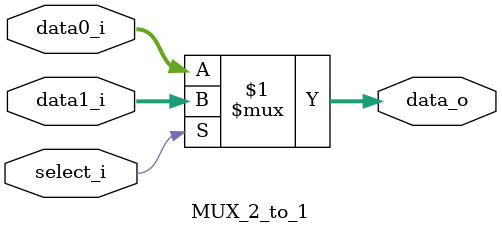
<source format=v>
`timescale 1ns / 1ps
module MUX_2_to_1(data0_i,data1_i,select_i,data_o);
	parameter size = 0;	
	input wire [size-1:0] data0_i;          
	input wire [size-1:0] data1_i;
	input wire select_i;
	output wire [size-1:0] data_o; 
	 
	/* add your design */   
	assign data_o = select_i?data1_i:data0_i;

endmodule

</source>
